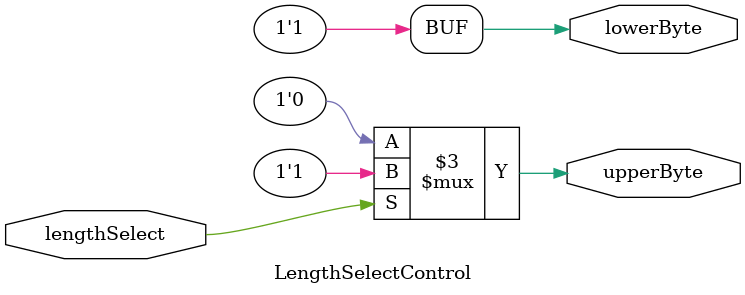
<source format=v>
module LengthSelectControl(
		input 							lengthSelect,
		// ar mai trebui un semnal
		output reg							lowerByte,
		output reg							upperByte
    );

	always @ (*) begin
		if(lengthSelect) begin
			lowerByte = 1;
			upperByte = 1;
		end
		else begin
			lowerByte = 1;
			upperByte = 0;
		end
	end

endmodule

</source>
